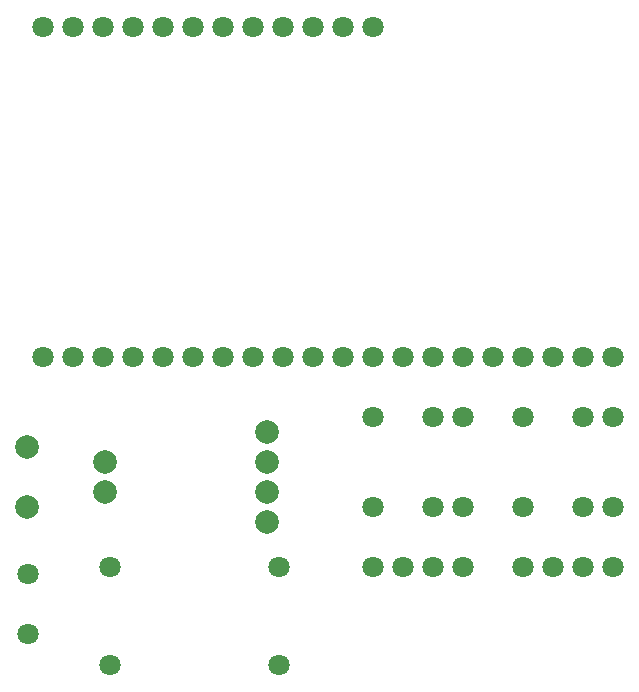
<source format=gbs>
%TF.GenerationSoftware,KiCad,Pcbnew,9.0.0*%
%TF.CreationDate,2025-03-02T00:55:14-08:00*%
%TF.ProjectId,sensor,73656e73-6f72-42e6-9b69-6361645f7063,v0.2*%
%TF.SameCoordinates,Original*%
%TF.FileFunction,Soldermask,Bot*%
%TF.FilePolarity,Negative*%
%FSLAX46Y46*%
G04 Gerber Fmt 4.6, Leading zero omitted, Abs format (unit mm)*
G04 Created by KiCad (PCBNEW 9.0.0) date 2025-03-02 00:55:14*
%MOMM*%
%LPD*%
G01*
G04 APERTURE LIST*
%ADD10C,1.800000*%
%ADD11C,2.000000*%
G04 APERTURE END LIST*
D10*
%TO.C,ESP32_UWB1*%
X38100000Y-53340000D03*
X40640000Y-53340000D03*
X43180000Y-53340000D03*
X45720000Y-53340000D03*
X48260000Y-53340000D03*
X50800000Y-53340000D03*
X53340000Y-53340000D03*
X55880000Y-53340000D03*
X58420000Y-53340000D03*
X60960000Y-53340000D03*
X63500000Y-53340000D03*
X66040000Y-53340000D03*
X68580000Y-53340000D03*
X71120000Y-53340000D03*
X73660000Y-53340000D03*
X76200000Y-53340000D03*
X78740000Y-53340000D03*
X81280000Y-53340000D03*
X83820000Y-53340000D03*
X86360000Y-53340000D03*
X38100000Y-25400000D03*
X40640000Y-25400000D03*
X43180000Y-25400000D03*
X45720000Y-25400000D03*
X48260000Y-25400000D03*
X50800000Y-25400000D03*
X53340000Y-25400000D03*
X55880000Y-25400000D03*
X58420000Y-25400000D03*
X60960000Y-25400000D03*
X63500000Y-25400000D03*
X66040000Y-25400000D03*
%TD*%
%TO.C,R6*%
X86360000Y-66040000D03*
X86360000Y-58420000D03*
%TD*%
%TO.C,2_Pin_connector1*%
X36830000Y-71700000D03*
X36830000Y-76780000D03*
%TD*%
%TO.C,R4*%
X78740000Y-66040000D03*
X78740000Y-58420000D03*
%TD*%
%TO.C,R1*%
X66040000Y-66040000D03*
X66040000Y-58420000D03*
%TD*%
%TO.C,SERVER_LED1*%
X66040000Y-71120000D03*
X68580000Y-71120000D03*
X71120000Y-71120000D03*
X73660000Y-71120000D03*
%TD*%
%TO.C,5V_Regulator1*%
X43740000Y-71120000D03*
X43740000Y-79400000D03*
X58060000Y-71120000D03*
X58060000Y-79400000D03*
%TD*%
%TO.C,R5*%
X83820000Y-66040000D03*
X83820000Y-58420000D03*
%TD*%
%TO.C,TAG_LED1*%
X78740000Y-71120000D03*
X81280000Y-71120000D03*
X83820000Y-71120000D03*
X86360000Y-71120000D03*
%TD*%
%TO.C,R3*%
X73660000Y-66040000D03*
X73660000Y-58420000D03*
%TD*%
D11*
%TO.C,CAN_TRANSRECEIVER1*%
X57020000Y-67310000D03*
X57020000Y-64770000D03*
X57020000Y-62230000D03*
X57020000Y-59690000D03*
X36720000Y-66040000D03*
X36720000Y-60960000D03*
X43320000Y-64770000D03*
X43320000Y-62230000D03*
%TD*%
D10*
%TO.C,R2*%
X71120000Y-66040000D03*
X71120000Y-58420000D03*
%TD*%
M02*

</source>
